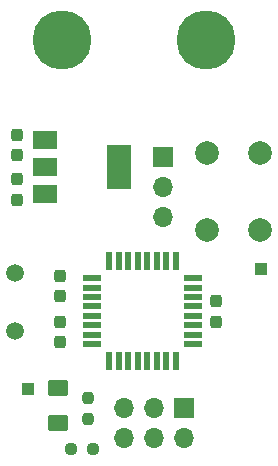
<source format=gbr>
%TF.GenerationSoftware,KiCad,Pcbnew,6.0.11+dfsg-1*%
%TF.CreationDate,2023-09-04T21:51:10-07:00*%
%TF.ProjectId,electrical_intro_project,656c6563-7472-4696-9361-6c5f696e7472,rev?*%
%TF.SameCoordinates,Original*%
%TF.FileFunction,Soldermask,Top*%
%TF.FilePolarity,Negative*%
%FSLAX46Y46*%
G04 Gerber Fmt 4.6, Leading zero omitted, Abs format (unit mm)*
G04 Created by KiCad (PCBNEW 6.0.11+dfsg-1) date 2023-09-04 21:51:10*
%MOMM*%
%LPD*%
G01*
G04 APERTURE LIST*
G04 Aperture macros list*
%AMRoundRect*
0 Rectangle with rounded corners*
0 $1 Rounding radius*
0 $2 $3 $4 $5 $6 $7 $8 $9 X,Y pos of 4 corners*
0 Add a 4 corners polygon primitive as box body*
4,1,4,$2,$3,$4,$5,$6,$7,$8,$9,$2,$3,0*
0 Add four circle primitives for the rounded corners*
1,1,$1+$1,$2,$3*
1,1,$1+$1,$4,$5*
1,1,$1+$1,$6,$7*
1,1,$1+$1,$8,$9*
0 Add four rect primitives between the rounded corners*
20,1,$1+$1,$2,$3,$4,$5,0*
20,1,$1+$1,$4,$5,$6,$7,0*
20,1,$1+$1,$6,$7,$8,$9,0*
20,1,$1+$1,$8,$9,$2,$3,0*%
G04 Aperture macros list end*
%ADD10RoundRect,0.237500X0.250000X0.237500X-0.250000X0.237500X-0.250000X-0.237500X0.250000X-0.237500X0*%
%ADD11R,1.000000X1.000000*%
%ADD12RoundRect,0.250001X0.624999X-0.462499X0.624999X0.462499X-0.624999X0.462499X-0.624999X-0.462499X0*%
%ADD13RoundRect,0.237500X0.237500X-0.250000X0.237500X0.250000X-0.237500X0.250000X-0.237500X-0.250000X0*%
%ADD14RoundRect,0.237500X-0.237500X0.300000X-0.237500X-0.300000X0.237500X-0.300000X0.237500X0.300000X0*%
%ADD15R,2.000000X1.500000*%
%ADD16R,2.000000X3.800000*%
%ADD17C,5.000000*%
%ADD18R,1.700000X1.700000*%
%ADD19O,1.700000X1.700000*%
%ADD20C,1.500000*%
%ADD21RoundRect,0.237500X0.237500X-0.300000X0.237500X0.300000X-0.237500X0.300000X-0.237500X-0.300000X0*%
%ADD22R,1.600000X0.550000*%
%ADD23R,0.550000X1.600000*%
%ADD24C,2.000000*%
G04 APERTURE END LIST*
D10*
%TO.C,R1*%
X145805000Y-123190000D03*
X143980000Y-123190000D03*
%TD*%
D11*
%TO.C,TP1*%
X160020000Y-107950000D03*
%TD*%
D12*
%TO.C,D1*%
X142875000Y-120972500D03*
X142875000Y-117997500D03*
%TD*%
D13*
%TO.C,R3*%
X145415000Y-120650000D03*
X145415000Y-118825000D03*
%TD*%
D14*
%TO.C,C4*%
X139400000Y-96585000D03*
X139400000Y-98310000D03*
%TD*%
D15*
%TO.C,U2*%
X141750000Y-97010000D03*
X141750000Y-99310000D03*
X141750000Y-101610000D03*
D16*
X148050000Y-99310000D03*
%TD*%
D17*
%TO.C,TP6*%
X155400000Y-88560000D03*
%TD*%
D18*
%TO.C,J1*%
X153525000Y-119725000D03*
D19*
X153525000Y-122265000D03*
X150985000Y-119725000D03*
X150985000Y-122265000D03*
X148445000Y-119725000D03*
X148445000Y-122265000D03*
%TD*%
D20*
%TO.C,Y1*%
X139250000Y-108300000D03*
X139250000Y-113180000D03*
%TD*%
D11*
%TO.C,TP2*%
X140335000Y-118110000D03*
%TD*%
D21*
%TO.C,C1*%
X156210000Y-112375000D03*
X156210000Y-110650000D03*
%TD*%
D22*
%TO.C,U1*%
X145750000Y-108700000D03*
X145750000Y-109500000D03*
X145750000Y-110300000D03*
X145750000Y-111100000D03*
X145750000Y-111900000D03*
X145750000Y-112700000D03*
X145750000Y-113500000D03*
X145750000Y-114300000D03*
D23*
X147200000Y-115750000D03*
X148000000Y-115750000D03*
X148800000Y-115750000D03*
X149600000Y-115750000D03*
X150400000Y-115750000D03*
X151200000Y-115750000D03*
X152000000Y-115750000D03*
X152800000Y-115750000D03*
D22*
X154250000Y-114300000D03*
X154250000Y-113500000D03*
X154250000Y-112700000D03*
X154250000Y-111900000D03*
X154250000Y-111100000D03*
X154250000Y-110300000D03*
X154250000Y-109500000D03*
X154250000Y-108700000D03*
D23*
X152800000Y-107250000D03*
X152000000Y-107250000D03*
X151200000Y-107250000D03*
X150400000Y-107250000D03*
X149600000Y-107250000D03*
X148800000Y-107250000D03*
X148000000Y-107250000D03*
X147200000Y-107250000D03*
%TD*%
D18*
%TO.C,J2*%
X151765000Y-98440000D03*
D19*
X151765000Y-100980000D03*
X151765000Y-103520000D03*
%TD*%
D14*
%TO.C,C2*%
X143000000Y-108500000D03*
X143000000Y-110225000D03*
%TD*%
D21*
%TO.C,C5*%
X139400000Y-102060000D03*
X139400000Y-100335000D03*
%TD*%
D24*
%TO.C,SW1*%
X155460000Y-98100000D03*
X155460000Y-104600000D03*
X159960000Y-104600000D03*
X159960000Y-98100000D03*
%TD*%
D21*
%TO.C,C3*%
X143000000Y-114112500D03*
X143000000Y-112387500D03*
%TD*%
D17*
%TO.C,TP5*%
X143150000Y-88560000D03*
%TD*%
M02*

</source>
